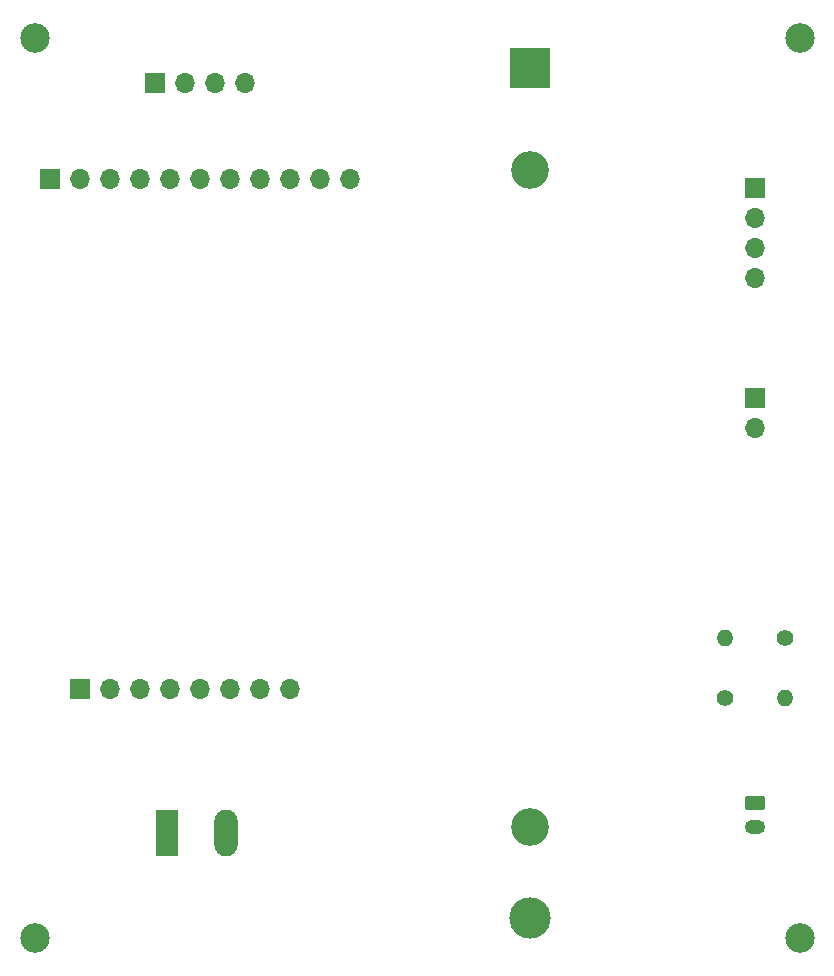
<source format=gbr>
%TF.GenerationSoftware,KiCad,Pcbnew,(6.0.5-0)*%
%TF.CreationDate,2022-06-27T06:58:04-05:00*%
%TF.ProjectId,Hydra Base,48796472-6120-4426-9173-652e6b696361,rev?*%
%TF.SameCoordinates,Original*%
%TF.FileFunction,Soldermask,Top*%
%TF.FilePolarity,Negative*%
%FSLAX46Y46*%
G04 Gerber Fmt 4.6, Leading zero omitted, Abs format (unit mm)*
G04 Created by KiCad (PCBNEW (6.0.5-0)) date 2022-06-27 06:58:04*
%MOMM*%
%LPD*%
G01*
G04 APERTURE LIST*
G04 Aperture macros list*
%AMRoundRect*
0 Rectangle with rounded corners*
0 $1 Rounding radius*
0 $2 $3 $4 $5 $6 $7 $8 $9 X,Y pos of 4 corners*
0 Add a 4 corners polygon primitive as box body*
4,1,4,$2,$3,$4,$5,$6,$7,$8,$9,$2,$3,0*
0 Add four circle primitives for the rounded corners*
1,1,$1+$1,$2,$3*
1,1,$1+$1,$4,$5*
1,1,$1+$1,$6,$7*
1,1,$1+$1,$8,$9*
0 Add four rect primitives between the rounded corners*
20,1,$1+$1,$2,$3,$4,$5,0*
20,1,$1+$1,$4,$5,$6,$7,0*
20,1,$1+$1,$6,$7,$8,$9,0*
20,1,$1+$1,$8,$9,$2,$3,0*%
G04 Aperture macros list end*
%ADD10C,1.400000*%
%ADD11O,1.400000X1.400000*%
%ADD12RoundRect,0.250000X-0.625000X0.350000X-0.625000X-0.350000X0.625000X-0.350000X0.625000X0.350000X0*%
%ADD13O,1.750000X1.200000*%
%ADD14C,3.200000*%
%ADD15R,3.500000X3.500000*%
%ADD16C,3.500000*%
%ADD17C,2.500000*%
%ADD18R,1.700000X1.700000*%
%ADD19O,1.700000X1.700000*%
%ADD20R,1.980000X3.960000*%
%ADD21O,1.980000X3.960000*%
G04 APERTURE END LIST*
D10*
%TO.C,R2*%
X200660000Y-99060000D03*
D11*
X195580000Y-99060000D03*
%TD*%
D10*
%TO.C,R1*%
X195580000Y-104140000D03*
D11*
X200660000Y-104140000D03*
%TD*%
D12*
%TO.C,J4*%
X198120000Y-113030000D03*
D13*
X198120000Y-115030000D03*
%TD*%
D14*
%TO.C,BT1*%
X179070000Y-59445000D03*
X179070000Y-115055000D03*
D15*
X179070000Y-50800000D03*
D16*
X179070000Y-122800000D03*
%TD*%
D17*
%TO.C,REF\u002A\u002A*%
X137160000Y-124460000D03*
%TD*%
%TO.C,REF\u002A\u002A*%
X201930000Y-124460000D03*
%TD*%
%TO.C,REF\u002A\u002A*%
X137160000Y-48260000D03*
%TD*%
%TO.C,REF\u002A\u002A*%
X201930000Y-48260000D03*
%TD*%
D18*
%TO.C,U1*%
X138430000Y-60200000D03*
D19*
X140970000Y-60200000D03*
X143510000Y-60200000D03*
X146050000Y-60200000D03*
X148590000Y-60200000D03*
X151130000Y-60200000D03*
X153670000Y-60200000D03*
X156210000Y-60200000D03*
X158750000Y-60200000D03*
X161290000Y-60200000D03*
X163830000Y-60200000D03*
D18*
X140970000Y-103380000D03*
D19*
X143510000Y-103380000D03*
X146050000Y-103380000D03*
X148590000Y-103380000D03*
X151130000Y-103380000D03*
X153670000Y-103380000D03*
X156210000Y-103380000D03*
X158750000Y-103380000D03*
%TD*%
D18*
%TO.C,J5*%
X198120000Y-60960000D03*
D19*
X198120000Y-63500000D03*
X198120000Y-66040000D03*
X198120000Y-68580000D03*
%TD*%
D18*
%TO.C,J3*%
X198120000Y-78740000D03*
D19*
X198120000Y-81280000D03*
%TD*%
D20*
%TO.C,J2*%
X148365000Y-115570000D03*
D21*
X153365000Y-115570000D03*
%TD*%
D18*
%TO.C,J1*%
X147320000Y-52070000D03*
D19*
X149860000Y-52070000D03*
X152400000Y-52070000D03*
X154940000Y-52070000D03*
%TD*%
M02*

</source>
